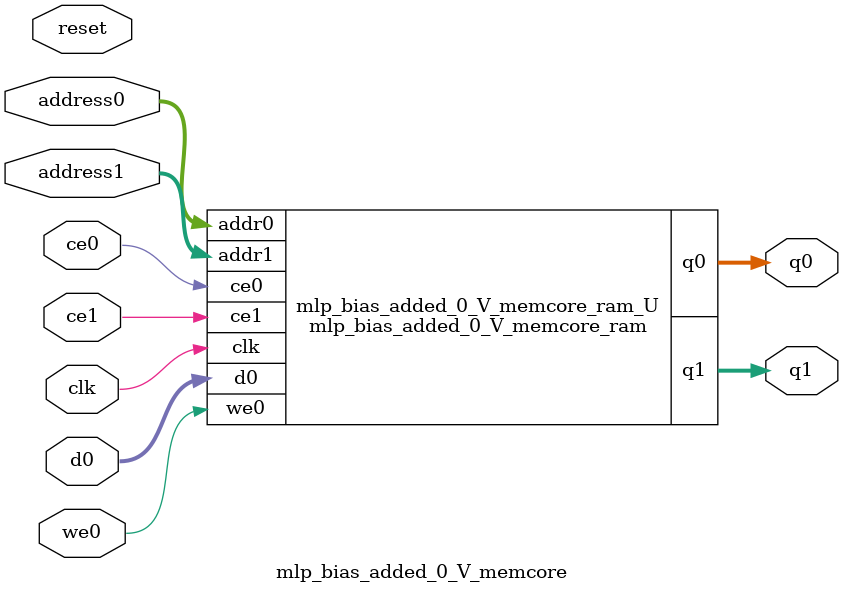
<source format=v>

`timescale 1 ns / 1 ps
module mlp_bias_added_0_V_memcore_ram (addr0, ce0, d0, we0, q0, addr1, ce1, q1,  clk);

parameter DWIDTH = 18;
parameter AWIDTH = 6;
parameter MEM_SIZE = 51;

input[AWIDTH-1:0] addr0;
input ce0;
input[DWIDTH-1:0] d0;
input we0;
output reg[DWIDTH-1:0] q0;
input[AWIDTH-1:0] addr1;
input ce1;
output reg[DWIDTH-1:0] q1;
input clk;

(* ram_style = "distributed" *)reg [DWIDTH-1:0] ram[0:MEM_SIZE-1];




always @(posedge clk)  
begin 
    if (ce0) 
    begin
        if (we0) 
        begin 
            ram[addr0] <= d0; 
            q0 <= d0;
        end 
        else 
            q0 <= ram[addr0];
    end
end


always @(posedge clk)  
begin 
    if (ce1) 
    begin
            q1 <= ram[addr1];
    end
end


endmodule


`timescale 1 ns / 1 ps
module mlp_bias_added_0_V_memcore(
    reset,
    clk,
    address0,
    ce0,
    we0,
    d0,
    q0,
    address1,
    ce1,
    q1);

parameter DataWidth = 32'd18;
parameter AddressRange = 32'd51;
parameter AddressWidth = 32'd6;
input reset;
input clk;
input[AddressWidth - 1:0] address0;
input ce0;
input we0;
input[DataWidth - 1:0] d0;
output[DataWidth - 1:0] q0;
input[AddressWidth - 1:0] address1;
input ce1;
output[DataWidth - 1:0] q1;



mlp_bias_added_0_V_memcore_ram mlp_bias_added_0_V_memcore_ram_U(
    .clk( clk ),
    .addr0( address0 ),
    .ce0( ce0 ),
    .we0( we0 ),
    .d0( d0 ),
    .q0( q0 ),
    .addr1( address1 ),
    .ce1( ce1 ),
    .q1( q1 ));

endmodule


</source>
